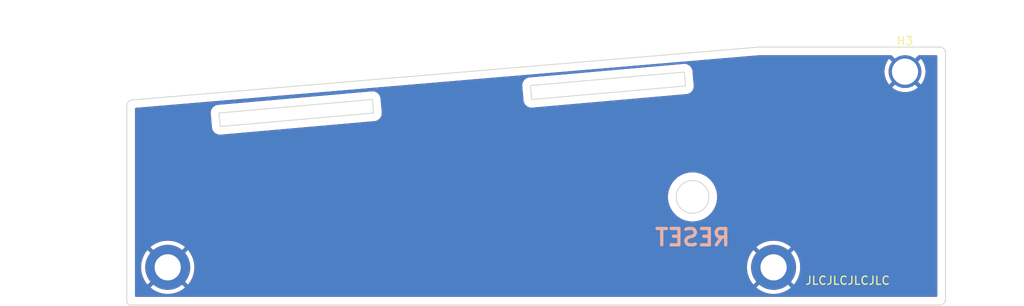
<source format=kicad_pcb>
(kicad_pcb (version 20221018) (generator pcbnew)
  (layers (0 "F.Cu" signal) (31 "B.Cu" signal) (34 "B.Paste" user) (35 "F.Paste" user) (36 "B.SilkS" user "B.Silkscreen") (37 "F.SilkS" user "F.Silkscreen") (38 "B.Mask" user) (39 "F.Mask" user) (44 "Edge.Cuts" user))
  (net 0 "")
  (net 1 "GND")
  (footprint "MountingHole:MountingHole_3.2mm_M3_ISO14580_Pad" (layer "F.Cu") (at 82 73.9)
    (fp_text reference "H1" hide)
    (fp_text value "MountingHole_Pad")
    (pad "1" thru_hole circle (at 0 0) (size 5.5 5.5) (drill 3.2) (layers "*.Cu" "*.Mask") (net 1 "GND"))
  )
  (footprint "MountingHole:MountingHole_3.2mm_M3_ISO14580_Pad" (layer "F.Cu") (at 172.05 50)
    (fp_text reference "H3" (at 0 -3.75) (layer "F.SilkS"))
    (fp_text value "MountingHole_Pad")
    (pad "1" thru_hole circle (at 0 0) (size 4 4) (drill 3.2) (layers "*.Cu" "*.Mask") (net 1 "GND"))
  )
  (footprint "MountingHole:MountingHole_3.2mm_M3_ISO14580_Pad" (layer "F.Cu") (at 156 73.9)
    (fp_text reference "H2" hide)
    (fp_text value "MountingHole_Pad")
    (pad "1" thru_hole circle (at 0 0) (size 5.5 5.5) (drill 3.2) (layers "*.Cu" "*.Mask") (net 1 "GND"))
  )
  (gr_arc (start 77.45 78.5) (mid 77.131802 78.368198) (end 77 78.05) (stroke (width 0.1)) (layer "Edge.Cuts"))
  (gr_line (start 77.45 78.5) (end 176.3 78.5) (stroke (width 0.1)) (layer "Edge.Cuts"))
  (gr_arc (start 176.3 47) (mid 176.794975 47.205025) (end 177 47.7) (stroke (width 0.1)) (layer "Edge.Cuts"))
  (gr_line (start 77 78.05) (end 77 54.15) (stroke (width 0.1)) (layer "Edge.Cuts"))
  (gr_arc (start 177 77.8) (mid 176.794975 78.294975) (end 176.3 78.5) (stroke (width 0.1)) (layer "Edge.Cuts"))
  (gr_line (start 177 77.8) (end 177 47.7) (stroke (width 0.1)) (layer "Edge.Cuts"))
  (gr_line (start 176.3 47) (end 154.15 47) (stroke (width 0.1)) (layer "Edge.Cuts"))
  (gr_circle (center 146.1 65.3) (end 146.1 63.3) (stroke (width 0.1)) (fill none) (layer "Edge.Cuts"))
  (gr_arc (start 77 54.15) (mid 77.233857 53.652462) (end 77.744975 53.45) (stroke (width 0.1)) (layer "Edge.Cuts"))
  (gr_poly (pts (xy 126.3 51.7) (xy 145.1 50.05) (xy 145.25 51.75) (xy 126.45 53.4)) (stroke (width 0.1)) (fill none) (layer "Edge.Cuts"))
  (gr_line (start 77.744975 53.45) (end 154.15 47) (stroke (width 0.1)) (layer "Edge.Cuts"))
  (gr_poly (pts (xy 88.25 55.05) (xy 107 53.4) (xy 107.15 55.05) (xy 88.4 56.7)) (stroke (width 0.1)) (fill none) (layer "Edge.Cuts"))
  (gr_text "RESET" (at 146.1 70.25) (layer "B.SilkS") (effects (font (size 2 2) (thickness 0.4) bold) (justify mirror)))
  (gr_text "JLCJLCJLCJLC" (at 159.8 76.1) (layer "F.SilkS") (effects (font (size 1 1)) (justify left bottom)))
  (zone (net 1) (net_name "GND") (layers "F&B.Cu") (connect_pads (clearance 0.5)) (min_thickness 0.25) (fill yes (thermal_gap 0.5) (thermal_bridge_width 0.5) (island_removal_mode 1) (island_area_min 10))
    (polygon (pts (xy 177 78.65) (xy 177.1 41.65) (xy 76.85 41.25) (xy 77.1 78.55)))
  )
)
</source>
